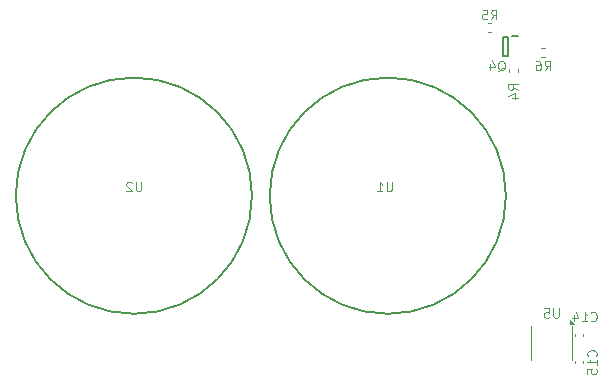
<source format=gbo>
%TF.GenerationSoftware,KiCad,Pcbnew,8.0.2-1*%
%TF.CreationDate,2024-12-04T10:13:35+09:00*%
%TF.ProjectId,gas_nrf52832,6761735f-6e72-4663-9532-3833322e6b69,rev?*%
%TF.SameCoordinates,Original*%
%TF.FileFunction,Legend,Bot*%
%TF.FilePolarity,Positive*%
%FSLAX46Y46*%
G04 Gerber Fmt 4.6, Leading zero omitted, Abs format (unit mm)*
G04 Created by KiCad (PCBNEW 8.0.2-1) date 2024-12-04 10:13:35*
%MOMM*%
%LPD*%
G01*
G04 APERTURE LIST*
%ADD10C,0.125000*%
%ADD11C,0.120000*%
%ADD12C,0.200000*%
G04 APERTURE END LIST*
D10*
X134793332Y-79973595D02*
X135059999Y-79592642D01*
X135250475Y-79973595D02*
X135250475Y-79173595D01*
X135250475Y-79173595D02*
X134945713Y-79173595D01*
X134945713Y-79173595D02*
X134869523Y-79211690D01*
X134869523Y-79211690D02*
X134831428Y-79249785D01*
X134831428Y-79249785D02*
X134793332Y-79325976D01*
X134793332Y-79325976D02*
X134793332Y-79440261D01*
X134793332Y-79440261D02*
X134831428Y-79516452D01*
X134831428Y-79516452D02*
X134869523Y-79554547D01*
X134869523Y-79554547D02*
X134945713Y-79592642D01*
X134945713Y-79592642D02*
X135250475Y-79592642D01*
X134069523Y-79173595D02*
X134450475Y-79173595D01*
X134450475Y-79173595D02*
X134488571Y-79554547D01*
X134488571Y-79554547D02*
X134450475Y-79516452D01*
X134450475Y-79516452D02*
X134374285Y-79478357D01*
X134374285Y-79478357D02*
X134183809Y-79478357D01*
X134183809Y-79478357D02*
X134107618Y-79516452D01*
X134107618Y-79516452D02*
X134069523Y-79554547D01*
X134069523Y-79554547D02*
X134031428Y-79630738D01*
X134031428Y-79630738D02*
X134031428Y-79821214D01*
X134031428Y-79821214D02*
X134069523Y-79897404D01*
X134069523Y-79897404D02*
X134107618Y-79935500D01*
X134107618Y-79935500D02*
X134183809Y-79973595D01*
X134183809Y-79973595D02*
X134374285Y-79973595D01*
X134374285Y-79973595D02*
X134450475Y-79935500D01*
X134450475Y-79935500D02*
X134488571Y-79897404D01*
X135366190Y-84359785D02*
X135442380Y-84321690D01*
X135442380Y-84321690D02*
X135518571Y-84245500D01*
X135518571Y-84245500D02*
X135632857Y-84131214D01*
X135632857Y-84131214D02*
X135709047Y-84093119D01*
X135709047Y-84093119D02*
X135785238Y-84093119D01*
X135747142Y-84283595D02*
X135823333Y-84245500D01*
X135823333Y-84245500D02*
X135899523Y-84169309D01*
X135899523Y-84169309D02*
X135937619Y-84016928D01*
X135937619Y-84016928D02*
X135937619Y-83750261D01*
X135937619Y-83750261D02*
X135899523Y-83597880D01*
X135899523Y-83597880D02*
X135823333Y-83521690D01*
X135823333Y-83521690D02*
X135747142Y-83483595D01*
X135747142Y-83483595D02*
X135594761Y-83483595D01*
X135594761Y-83483595D02*
X135518571Y-83521690D01*
X135518571Y-83521690D02*
X135442380Y-83597880D01*
X135442380Y-83597880D02*
X135404285Y-83750261D01*
X135404285Y-83750261D02*
X135404285Y-84016928D01*
X135404285Y-84016928D02*
X135442380Y-84169309D01*
X135442380Y-84169309D02*
X135518571Y-84245500D01*
X135518571Y-84245500D02*
X135594761Y-84283595D01*
X135594761Y-84283595D02*
X135747142Y-84283595D01*
X134718571Y-83750261D02*
X134718571Y-84283595D01*
X134909047Y-83445500D02*
X135099524Y-84016928D01*
X135099524Y-84016928D02*
X134604285Y-84016928D01*
X140509523Y-104446095D02*
X140509523Y-105093714D01*
X140509523Y-105093714D02*
X140471428Y-105169904D01*
X140471428Y-105169904D02*
X140433333Y-105208000D01*
X140433333Y-105208000D02*
X140357142Y-105246095D01*
X140357142Y-105246095D02*
X140204761Y-105246095D01*
X140204761Y-105246095D02*
X140128571Y-105208000D01*
X140128571Y-105208000D02*
X140090476Y-105169904D01*
X140090476Y-105169904D02*
X140052380Y-105093714D01*
X140052380Y-105093714D02*
X140052380Y-104446095D01*
X139290476Y-104446095D02*
X139671428Y-104446095D01*
X139671428Y-104446095D02*
X139709524Y-104827047D01*
X139709524Y-104827047D02*
X139671428Y-104788952D01*
X139671428Y-104788952D02*
X139595238Y-104750857D01*
X139595238Y-104750857D02*
X139404762Y-104750857D01*
X139404762Y-104750857D02*
X139328571Y-104788952D01*
X139328571Y-104788952D02*
X139290476Y-104827047D01*
X139290476Y-104827047D02*
X139252381Y-104903238D01*
X139252381Y-104903238D02*
X139252381Y-105093714D01*
X139252381Y-105093714D02*
X139290476Y-105169904D01*
X139290476Y-105169904D02*
X139328571Y-105208000D01*
X139328571Y-105208000D02*
X139404762Y-105246095D01*
X139404762Y-105246095D02*
X139595238Y-105246095D01*
X139595238Y-105246095D02*
X139671428Y-105208000D01*
X139671428Y-105208000D02*
X139709524Y-105169904D01*
X137063595Y-85926667D02*
X136682642Y-85660000D01*
X137063595Y-85469524D02*
X136263595Y-85469524D01*
X136263595Y-85469524D02*
X136263595Y-85774286D01*
X136263595Y-85774286D02*
X136301690Y-85850476D01*
X136301690Y-85850476D02*
X136339785Y-85888571D01*
X136339785Y-85888571D02*
X136415976Y-85926667D01*
X136415976Y-85926667D02*
X136530261Y-85926667D01*
X136530261Y-85926667D02*
X136606452Y-85888571D01*
X136606452Y-85888571D02*
X136644547Y-85850476D01*
X136644547Y-85850476D02*
X136682642Y-85774286D01*
X136682642Y-85774286D02*
X136682642Y-85469524D01*
X136530261Y-86612381D02*
X137063595Y-86612381D01*
X136225500Y-86421905D02*
X136796928Y-86231428D01*
X136796928Y-86231428D02*
X136796928Y-86726667D01*
X105179523Y-93733595D02*
X105179523Y-94381214D01*
X105179523Y-94381214D02*
X105141428Y-94457404D01*
X105141428Y-94457404D02*
X105103333Y-94495500D01*
X105103333Y-94495500D02*
X105027142Y-94533595D01*
X105027142Y-94533595D02*
X104874761Y-94533595D01*
X104874761Y-94533595D02*
X104798571Y-94495500D01*
X104798571Y-94495500D02*
X104760476Y-94457404D01*
X104760476Y-94457404D02*
X104722380Y-94381214D01*
X104722380Y-94381214D02*
X104722380Y-93733595D01*
X104379524Y-93809785D02*
X104341428Y-93771690D01*
X104341428Y-93771690D02*
X104265238Y-93733595D01*
X104265238Y-93733595D02*
X104074762Y-93733595D01*
X104074762Y-93733595D02*
X103998571Y-93771690D01*
X103998571Y-93771690D02*
X103960476Y-93809785D01*
X103960476Y-93809785D02*
X103922381Y-93885976D01*
X103922381Y-93885976D02*
X103922381Y-93962166D01*
X103922381Y-93962166D02*
X103960476Y-94076452D01*
X103960476Y-94076452D02*
X104417619Y-94533595D01*
X104417619Y-94533595D02*
X103922381Y-94533595D01*
X143239285Y-105467404D02*
X143277381Y-105505500D01*
X143277381Y-105505500D02*
X143391666Y-105543595D01*
X143391666Y-105543595D02*
X143467857Y-105543595D01*
X143467857Y-105543595D02*
X143582143Y-105505500D01*
X143582143Y-105505500D02*
X143658333Y-105429309D01*
X143658333Y-105429309D02*
X143696428Y-105353119D01*
X143696428Y-105353119D02*
X143734524Y-105200738D01*
X143734524Y-105200738D02*
X143734524Y-105086452D01*
X143734524Y-105086452D02*
X143696428Y-104934071D01*
X143696428Y-104934071D02*
X143658333Y-104857880D01*
X143658333Y-104857880D02*
X143582143Y-104781690D01*
X143582143Y-104781690D02*
X143467857Y-104743595D01*
X143467857Y-104743595D02*
X143391666Y-104743595D01*
X143391666Y-104743595D02*
X143277381Y-104781690D01*
X143277381Y-104781690D02*
X143239285Y-104819785D01*
X142477381Y-105543595D02*
X142934524Y-105543595D01*
X142705952Y-105543595D02*
X142705952Y-104743595D01*
X142705952Y-104743595D02*
X142782143Y-104857880D01*
X142782143Y-104857880D02*
X142858333Y-104934071D01*
X142858333Y-104934071D02*
X142934524Y-104972166D01*
X141791666Y-105010261D02*
X141791666Y-105543595D01*
X141982142Y-104705500D02*
X142172619Y-105276928D01*
X142172619Y-105276928D02*
X141677380Y-105276928D01*
X139318332Y-84288595D02*
X139584999Y-83907642D01*
X139775475Y-84288595D02*
X139775475Y-83488595D01*
X139775475Y-83488595D02*
X139470713Y-83488595D01*
X139470713Y-83488595D02*
X139394523Y-83526690D01*
X139394523Y-83526690D02*
X139356428Y-83564785D01*
X139356428Y-83564785D02*
X139318332Y-83640976D01*
X139318332Y-83640976D02*
X139318332Y-83755261D01*
X139318332Y-83755261D02*
X139356428Y-83831452D01*
X139356428Y-83831452D02*
X139394523Y-83869547D01*
X139394523Y-83869547D02*
X139470713Y-83907642D01*
X139470713Y-83907642D02*
X139775475Y-83907642D01*
X138632618Y-83488595D02*
X138784999Y-83488595D01*
X138784999Y-83488595D02*
X138861190Y-83526690D01*
X138861190Y-83526690D02*
X138899285Y-83564785D01*
X138899285Y-83564785D02*
X138975475Y-83679071D01*
X138975475Y-83679071D02*
X139013571Y-83831452D01*
X139013571Y-83831452D02*
X139013571Y-84136214D01*
X139013571Y-84136214D02*
X138975475Y-84212404D01*
X138975475Y-84212404D02*
X138937380Y-84250500D01*
X138937380Y-84250500D02*
X138861190Y-84288595D01*
X138861190Y-84288595D02*
X138708809Y-84288595D01*
X138708809Y-84288595D02*
X138632618Y-84250500D01*
X138632618Y-84250500D02*
X138594523Y-84212404D01*
X138594523Y-84212404D02*
X138556428Y-84136214D01*
X138556428Y-84136214D02*
X138556428Y-83945738D01*
X138556428Y-83945738D02*
X138594523Y-83869547D01*
X138594523Y-83869547D02*
X138632618Y-83831452D01*
X138632618Y-83831452D02*
X138708809Y-83793357D01*
X138708809Y-83793357D02*
X138861190Y-83793357D01*
X138861190Y-83793357D02*
X138937380Y-83831452D01*
X138937380Y-83831452D02*
X138975475Y-83869547D01*
X138975475Y-83869547D02*
X139013571Y-83945738D01*
X143672404Y-108480714D02*
X143710500Y-108442618D01*
X143710500Y-108442618D02*
X143748595Y-108328333D01*
X143748595Y-108328333D02*
X143748595Y-108252142D01*
X143748595Y-108252142D02*
X143710500Y-108137856D01*
X143710500Y-108137856D02*
X143634309Y-108061666D01*
X143634309Y-108061666D02*
X143558119Y-108023571D01*
X143558119Y-108023571D02*
X143405738Y-107985475D01*
X143405738Y-107985475D02*
X143291452Y-107985475D01*
X143291452Y-107985475D02*
X143139071Y-108023571D01*
X143139071Y-108023571D02*
X143062880Y-108061666D01*
X143062880Y-108061666D02*
X142986690Y-108137856D01*
X142986690Y-108137856D02*
X142948595Y-108252142D01*
X142948595Y-108252142D02*
X142948595Y-108328333D01*
X142948595Y-108328333D02*
X142986690Y-108442618D01*
X142986690Y-108442618D02*
X143024785Y-108480714D01*
X143748595Y-109242618D02*
X143748595Y-108785475D01*
X143748595Y-109014047D02*
X142948595Y-109014047D01*
X142948595Y-109014047D02*
X143062880Y-108937856D01*
X143062880Y-108937856D02*
X143139071Y-108861666D01*
X143139071Y-108861666D02*
X143177166Y-108785475D01*
X142948595Y-109966428D02*
X142948595Y-109585476D01*
X142948595Y-109585476D02*
X143329547Y-109547380D01*
X143329547Y-109547380D02*
X143291452Y-109585476D01*
X143291452Y-109585476D02*
X143253357Y-109661666D01*
X143253357Y-109661666D02*
X143253357Y-109852142D01*
X143253357Y-109852142D02*
X143291452Y-109928333D01*
X143291452Y-109928333D02*
X143329547Y-109966428D01*
X143329547Y-109966428D02*
X143405738Y-110004523D01*
X143405738Y-110004523D02*
X143596214Y-110004523D01*
X143596214Y-110004523D02*
X143672404Y-109966428D01*
X143672404Y-109966428D02*
X143710500Y-109928333D01*
X143710500Y-109928333D02*
X143748595Y-109852142D01*
X143748595Y-109852142D02*
X143748595Y-109661666D01*
X143748595Y-109661666D02*
X143710500Y-109585476D01*
X143710500Y-109585476D02*
X143672404Y-109547380D01*
X126397023Y-93733595D02*
X126397023Y-94381214D01*
X126397023Y-94381214D02*
X126358928Y-94457404D01*
X126358928Y-94457404D02*
X126320833Y-94495500D01*
X126320833Y-94495500D02*
X126244642Y-94533595D01*
X126244642Y-94533595D02*
X126092261Y-94533595D01*
X126092261Y-94533595D02*
X126016071Y-94495500D01*
X126016071Y-94495500D02*
X125977976Y-94457404D01*
X125977976Y-94457404D02*
X125939880Y-94381214D01*
X125939880Y-94381214D02*
X125939880Y-93733595D01*
X125139881Y-94533595D02*
X125597024Y-94533595D01*
X125368452Y-94533595D02*
X125368452Y-93733595D01*
X125368452Y-93733595D02*
X125444643Y-93847880D01*
X125444643Y-93847880D02*
X125520833Y-93924071D01*
X125520833Y-93924071D02*
X125597024Y-93962166D01*
D11*
X134813641Y-80305000D02*
X134506359Y-80305000D01*
X134813641Y-81065000D02*
X134506359Y-81065000D01*
D12*
X135778000Y-81460000D02*
X136254000Y-81460000D01*
X135778000Y-83060000D02*
X135778000Y-81460000D01*
X136254000Y-81460000D02*
X136254000Y-83060000D01*
X136254000Y-83060000D02*
X135778000Y-83060000D01*
X136604000Y-81360000D02*
X137096000Y-81360000D01*
D11*
X138190000Y-108832500D02*
X138190000Y-105972500D01*
X141610000Y-108832500D02*
X141610000Y-105972500D01*
X141780000Y-105732500D02*
X141500000Y-105732500D01*
X141500000Y-105452500D01*
X141780000Y-105732500D01*
G36*
X141780000Y-105732500D02*
G01*
X141500000Y-105732500D01*
X141500000Y-105452500D01*
X141780000Y-105732500D01*
G37*
X136320000Y-84463641D02*
X136320000Y-84156359D01*
X137080000Y-84463641D02*
X137080000Y-84156359D01*
D12*
X114550000Y-94900000D02*
G75*
G02*
X94550000Y-94900000I-10000000J0D01*
G01*
X94550000Y-94900000D02*
G75*
G02*
X114550000Y-94900000I10000000J0D01*
G01*
D11*
X141865000Y-106807836D02*
X141865000Y-106592164D01*
X142585000Y-106807836D02*
X142585000Y-106592164D01*
X139046359Y-82420000D02*
X139353641Y-82420000D01*
X139046359Y-83180000D02*
X139353641Y-83180000D01*
X141865000Y-108887164D02*
X141865000Y-109102836D01*
X142585000Y-108887164D02*
X142585000Y-109102836D01*
D12*
X136050000Y-94900000D02*
G75*
G02*
X116050000Y-94900000I-10000000J0D01*
G01*
X116050000Y-94900000D02*
G75*
G02*
X136050000Y-94900000I10000000J0D01*
G01*
M02*

</source>
